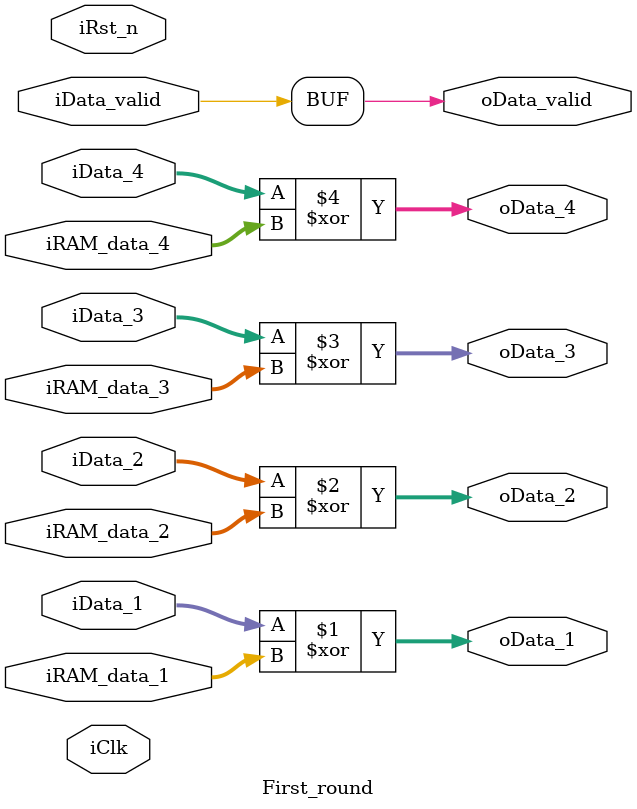
<source format=v>
module First_round (
	//	Global signal
	input				iClk,
	input				iRst_n,
	
	//	RAM access
	input		[31:0]	iRAM_data_1,
	input		[31:0]	iRAM_data_2,
	input		[31:0]	iRAM_data_3,
	input		[31:0]	iRAM_data_4,
	
	//	Data IN
	input				iData_valid,
	input		[31:0]	iData_1,
	input		[31:0]	iData_2,
	input		[31:0]	iData_3,
	input		[31:0]	iData_4,
	
	//	Data OUT
	output				oData_valid,
	output		[31:0]	oData_1,
	output		[31:0]	oData_2,
	output		[31:0]	oData_3,
	output		[31:0]	oData_4
);
			
/*****************************************************************************
 *                            Combinational Logic                            *
 *****************************************************************************/

 assign oData_valid = iData_valid;
 
 assign oData_1 = iData_1 ^ iRAM_data_1;
 assign oData_2 = iData_2 ^ iRAM_data_2;
 assign oData_3 = iData_3 ^ iRAM_data_3;
 assign oData_4 = iData_4 ^ iRAM_data_4;
 
endmodule 
</source>
